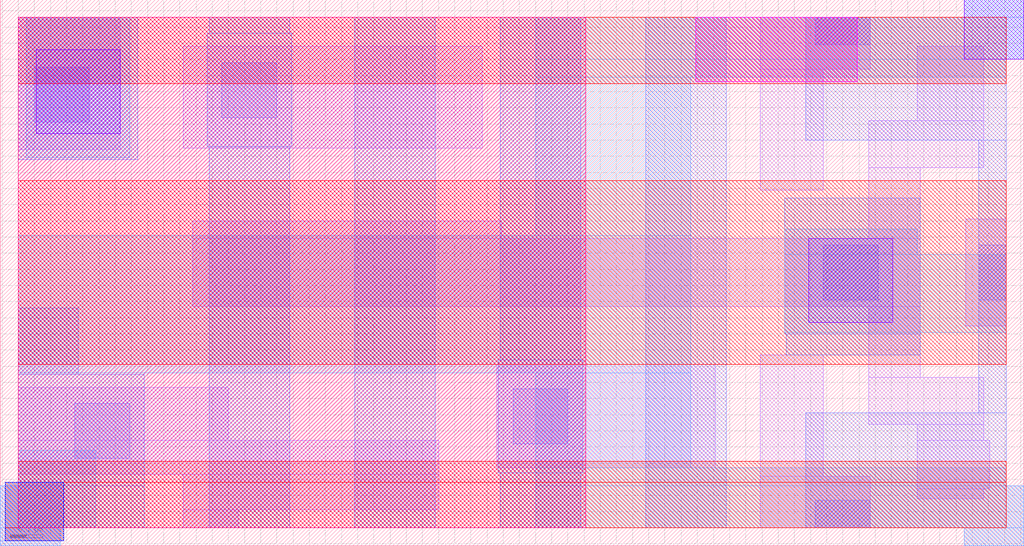
<source format=lef>
# Copyright 2020 The SkyWater PDK Authors
#
# Licensed under the Apache License, Version 2.0 (the "License");
# you may not use this file except in compliance with the License.
# You may obtain a copy of the License at
#
#     https://www.apache.org/licenses/LICENSE-2.0
#
# Unless required by applicable law or agreed to in writing, software
# distributed under the License is distributed on an "AS IS" BASIS,
# WITHOUT WARRANTIES OR CONDITIONS OF ANY KIND, either express or implied.
# See the License for the specific language governing permissions and
# limitations under the License.
#
# SPDX-License-Identifier: Apache-2.0

VERSION 5.7 ;
  NOWIREEXTENSIONATPIN ON ;
  DIVIDERCHAR "/" ;
  BUSBITCHARS "[]" ;
MACRO sky130_fd_bd_sram__sram_dp_swldrv_opt4bi
  CLASS BLOCK ;
  FOREIGN sky130_fd_bd_sram__sram_dp_swldrv_opt4bi ;
  ORIGIN  0.055000  0.055000 ;
  SIZE  3.165000 BY  1.690000 ;
  OBS
    LAYER li1 ;
      RECT 0.000000 0.165000 1.300000 0.270000 ;
      RECT 0.000000 0.270000 0.650000 0.435000 ;
      RECT 0.000000 1.170000 0.315000 1.580000 ;
      RECT 0.510000 0.000000 0.680000 0.055000 ;
      RECT 0.510000 0.055000 1.300000 0.165000 ;
      RECT 0.510000 1.175000 1.435000 1.490000 ;
      RECT 0.540000 0.685000 2.790000 0.895000 ;
      RECT 0.540000 0.895000 1.495000 0.950000 ;
      RECT 1.480000 0.185000 2.155000 0.505000 ;
      RECT 2.295000 0.000000 2.635000 0.160000 ;
      RECT 2.295000 0.160000 2.490000 0.535000 ;
      RECT 2.295000 1.045000 2.490000 1.420000 ;
      RECT 2.295000 1.420000 2.635000 1.580000 ;
      RECT 2.630000 0.320000 2.985000 0.465000 ;
      RECT 2.630000 0.465000 2.790000 0.685000 ;
      RECT 2.630000 0.895000 2.790000 1.115000 ;
      RECT 2.630000 1.115000 2.985000 1.260000 ;
      RECT 2.780000 0.090000 2.985000 0.120000 ;
      RECT 2.780000 0.120000 3.005000 0.270000 ;
      RECT 2.780000 0.270000 2.985000 0.320000 ;
      RECT 2.780000 1.260000 2.985000 1.490000 ;
      RECT 2.930000 0.625000 3.055000 0.955000 ;
    LAYER mcon ;
      RECT 0.050000 1.255000 0.220000 1.425000 ;
      RECT 0.175000 0.215000 0.345000 0.385000 ;
      RECT 0.630000 1.270000 0.800000 1.440000 ;
      RECT 1.530000 0.260000 1.700000 0.430000 ;
      RECT 2.465000 0.000000 2.635000 0.085000 ;
      RECT 2.465000 1.495000 2.635000 1.580000 ;
      RECT 2.490000 0.705000 2.660000 0.875000 ;
      RECT 2.970000 0.705000 3.055000 0.875000 ;
    LAYER met1 ;
      RECT -0.055000 -0.055000 0.130000 0.000000 ;
      RECT -0.055000  0.000000 0.390000 0.130000 ;
      RECT  0.000000  0.130000 0.390000 0.475000 ;
      RECT  0.000000  0.475000 0.185000 0.680000 ;
      RECT  0.000000  1.140000 0.370000 1.580000 ;
      RECT  0.585000  1.180000 0.845000 1.530000 ;
      RECT  0.590000  0.000000 0.840000 1.180000 ;
      RECT  0.590000  1.530000 0.840000 1.580000 ;
      RECT  1.040000  0.000000 1.290000 1.580000 ;
      RECT  1.485000  0.170000 1.745000 0.520000 ;
      RECT  1.490000  0.000000 1.740000 0.170000 ;
      RECT  1.490000  0.520000 1.740000 1.580000 ;
      RECT  1.940000  0.000000 2.190000 1.580000 ;
      RECT  2.370000  0.600000 2.790000 1.020000 ;
      RECT  2.375000  0.535000 2.790000 0.600000 ;
      RECT  2.435000  0.000000 3.110000 0.130000 ;
      RECT  2.435000  0.130000 3.055000 0.355000 ;
      RECT  2.435000  1.200000 3.055000 1.450000 ;
      RECT  2.435000  1.450000 3.110000 1.580000 ;
      RECT  2.925000 -0.055000 3.110000 0.000000 ;
      RECT  2.925000  1.580000 3.110000 1.635000 ;
      RECT  2.970000  0.355000 3.055000 1.200000 ;
    LAYER met2 ;
      RECT -0.055000 -0.055000 0.130000 -0.040000 ;
      RECT -0.055000 -0.040000 0.140000  0.000000 ;
      RECT -0.055000  0.000000 0.240000  0.130000 ;
      RECT -0.040000  0.130000 0.240000  0.140000 ;
      RECT  0.000000  0.140000 0.240000  0.240000 ;
      RECT  0.000000  0.480000 2.080000  0.905000 ;
      RECT  0.025000  1.145000 0.345000  1.580000 ;
      RECT  1.600000  0.000000 3.110000  0.130000 ;
      RECT  1.600000  0.130000 3.055000  0.185000 ;
      RECT  1.600000  0.185000 2.080000  0.480000 ;
      RECT  1.600000  0.905000 2.080000  1.395000 ;
      RECT  1.600000  1.395000 3.055000  1.450000 ;
      RECT  1.600000  1.450000 3.110000  1.580000 ;
      RECT  2.370000  0.605000 3.055000  0.845000 ;
      RECT  2.370000  0.845000 2.780000  0.925000 ;
      RECT  2.925000 -0.055000 3.110000  0.000000 ;
      RECT  2.925000  1.580000 3.110000  1.635000 ;
    LAYER met3 ;
      RECT -0.040000 -0.040000 0.140000 0.000000 ;
      RECT -0.040000  0.000000 3.055000 0.140000 ;
      RECT  0.000000  0.140000 3.055000 0.205000 ;
      RECT  0.000000  0.505000 3.055000 1.075000 ;
      RECT  0.000000  1.375000 3.055000 1.580000 ;
    LAYER nwell ;
      RECT 0.000000 0.000000 1.755000 1.580000 ;
    LAYER pwell ;
      RECT 2.095000 1.380000 2.595000 1.580000 ;
    LAYER via ;
      RECT 0.055000 1.220000 0.315000 1.480000 ;
      RECT 2.445000 0.635000 2.705000 0.895000 ;
      RECT 2.925000 1.450000 3.110000 1.635000 ;
    LAYER via2 ;
      RECT -0.040000 -0.040000 0.140000 0.140000 ;
  END
END sky130_fd_bd_sram__sram_dp_swldrv_opt4bi
END LIBRARY

</source>
